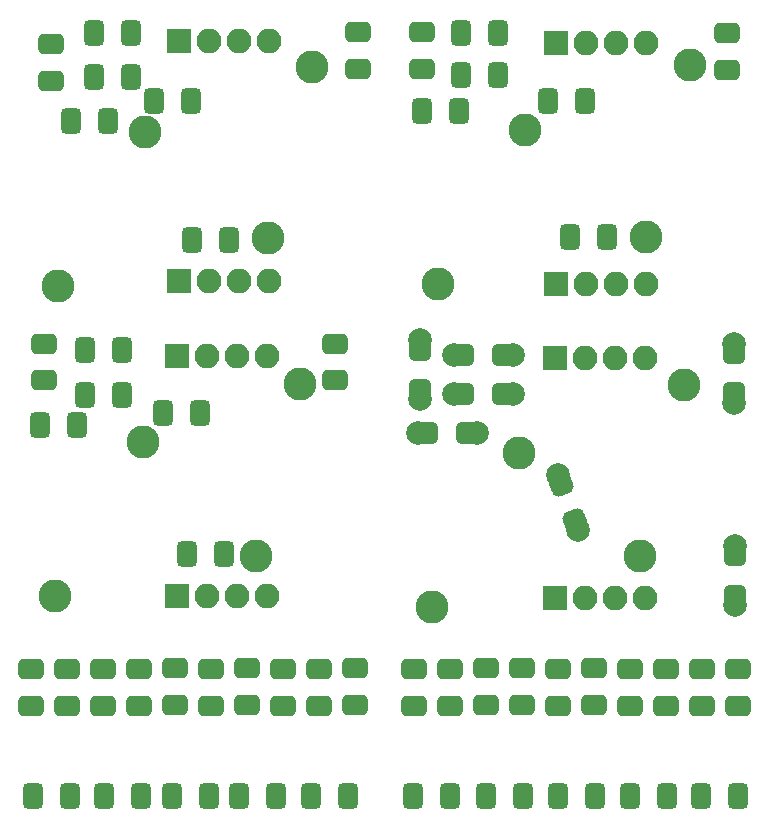
<source format=gbr>
%TF.GenerationSoftware,KiCad,Pcbnew,(6.0.11)*%
%TF.CreationDate,2023-08-20T15:06:36-05:00*%
%TF.ProjectId,SerialResonantFilter,53657269-616c-4526-9573-6f6e616e7446,rev?*%
%TF.SameCoordinates,Original*%
%TF.FileFunction,Soldermask,Top*%
%TF.FilePolarity,Negative*%
%FSLAX46Y46*%
G04 Gerber Fmt 4.6, Leading zero omitted, Abs format (unit mm)*
G04 Created by KiCad (PCBNEW (6.0.11)) date 2023-08-20 15:06:36*
%MOMM*%
%LPD*%
G01*
G04 APERTURE LIST*
G04 Aperture macros list*
%AMRoundRect*
0 Rectangle with rounded corners*
0 $1 Rounding radius*
0 $2 $3 $4 $5 $6 $7 $8 $9 X,Y pos of 4 corners*
0 Add a 4 corners polygon primitive as box body*
4,1,4,$2,$3,$4,$5,$6,$7,$8,$9,$2,$3,0*
0 Add four circle primitives for the rounded corners*
1,1,$1+$1,$2,$3*
1,1,$1+$1,$4,$5*
1,1,$1+$1,$6,$7*
1,1,$1+$1,$8,$9*
0 Add four rect primitives between the rounded corners*
20,1,$1+$1,$2,$3,$4,$5,0*
20,1,$1+$1,$4,$5,$6,$7,0*
20,1,$1+$1,$6,$7,$8,$9,0*
20,1,$1+$1,$8,$9,$2,$3,0*%
G04 Aperture macros list end*
%ADD10RoundRect,0.450000X-0.650000X0.412500X-0.650000X-0.412500X0.650000X-0.412500X0.650000X0.412500X0*%
%ADD11RoundRect,0.450000X0.412500X0.650000X-0.412500X0.650000X-0.412500X-0.650000X0.412500X-0.650000X0*%
%ADD12RoundRect,0.450000X-0.412500X-0.650000X0.412500X-0.650000X0.412500X0.650000X-0.412500X0.650000X0*%
%ADD13C,2.800000*%
%ADD14RoundRect,0.200000X0.850000X-0.850000X0.850000X0.850000X-0.850000X0.850000X-0.850000X-0.850000X0*%
%ADD15O,2.100000X2.100000*%
%ADD16RoundRect,0.450000X0.650000X-0.412500X0.650000X0.412500X-0.650000X0.412500X-0.650000X-0.412500X0*%
%ADD17C,2.000000*%
%ADD18RoundRect,0.581000X-0.488333X0.227713X-0.227713X-0.488333X0.488333X-0.227713X0.227713X0.488333X0*%
%ADD19RoundRect,0.581000X-0.381000X0.381000X-0.381000X-0.381000X0.381000X-0.381000X0.381000X0.381000X0*%
%ADD20RoundRect,0.581000X0.381000X0.381000X-0.381000X0.381000X-0.381000X-0.381000X0.381000X-0.381000X0*%
G04 APERTURE END LIST*
D10*
%TO.C,C1*%
X145623338Y-41982087D03*
X145623338Y-45107087D03*
%TD*%
D11*
%TO.C,C2*%
X126435838Y-42044587D03*
X123310838Y-42044587D03*
%TD*%
%TO.C,C3*%
X126435838Y-45794587D03*
X123310838Y-45794587D03*
%TD*%
D10*
%TO.C,C4*%
X119623338Y-42982087D03*
X119623338Y-46107087D03*
%TD*%
D11*
%TO.C,C5*%
X124435838Y-49474587D03*
X121310838Y-49474587D03*
%TD*%
D12*
%TO.C,C6*%
X131560838Y-59544587D03*
X134685838Y-59544587D03*
%TD*%
D13*
%TO.C,L2*%
X141741938Y-44934039D03*
X137987810Y-59446913D03*
%TD*%
%TO.C,L3*%
X127593338Y-50459705D03*
X120210921Y-63506425D03*
%TD*%
D14*
%TO.C,J1*%
X130461338Y-63054587D03*
D15*
X133001338Y-63054587D03*
X135541338Y-63054587D03*
X138081338Y-63054587D03*
%TD*%
D14*
%TO.C,J2*%
X130461338Y-42734587D03*
D15*
X133001338Y-42734587D03*
X135541338Y-42734587D03*
X138081338Y-42734587D03*
%TD*%
D12*
%TO.C,C7*%
X128390838Y-47814587D03*
X131515838Y-47814587D03*
%TD*%
D16*
%TO.C,C48*%
X162560000Y-99010000D03*
X162560000Y-95885000D03*
%TD*%
D14*
%TO.C,J5*%
X130290838Y-69404587D03*
D15*
X132830838Y-69404587D03*
X135370838Y-69404587D03*
X137910838Y-69404587D03*
%TD*%
D12*
%TO.C,C21*%
X131184838Y-86168587D03*
X134309838Y-86168587D03*
%TD*%
D17*
%TO.C,C26*%
X162560000Y-79467837D03*
D18*
X162833616Y-80219591D03*
D17*
X164270101Y-84166300D03*
D18*
X163996485Y-83414546D03*
%TD*%
D12*
%TO.C,C54*%
X156464000Y-106680000D03*
X159589000Y-106680000D03*
%TD*%
D10*
%TO.C,C8*%
X176862338Y-42037924D03*
X176862338Y-45162924D03*
%TD*%
D16*
%TO.C,C34*%
X133223000Y-99010000D03*
X133223000Y-95885000D03*
%TD*%
D10*
%TO.C,C18*%
X119031338Y-68350087D03*
X119031338Y-71475087D03*
%TD*%
D12*
%TO.C,C56*%
X162560000Y-106680000D03*
X165685000Y-106680000D03*
%TD*%
D17*
%TO.C,C22*%
X177476000Y-68351837D03*
D19*
X177476000Y-69151837D03*
D17*
X177476000Y-73351837D03*
D19*
X177476000Y-72551837D03*
%TD*%
D13*
%TO.C,L8*%
X159258000Y-77603542D03*
X151875583Y-90650262D03*
%TD*%
D16*
%TO.C,C36*%
X150368000Y-99010000D03*
X150368000Y-95885000D03*
%TD*%
D12*
%TO.C,C58*%
X141693500Y-106680000D03*
X144818500Y-106680000D03*
%TD*%
D16*
%TO.C,C31*%
X130175000Y-98971500D03*
X130175000Y-95846500D03*
%TD*%
D10*
%TO.C,C11*%
X151081338Y-41949424D03*
X151081338Y-45074424D03*
%TD*%
D16*
%TO.C,C41*%
X168656000Y-99010000D03*
X168656000Y-95885000D03*
%TD*%
D11*
%TO.C,C16*%
X125635338Y-72706587D03*
X122510338Y-72706587D03*
%TD*%
D13*
%TO.C,L5*%
X140774128Y-71789876D03*
X137020000Y-86302750D03*
%TD*%
%TO.C,L7*%
X173266790Y-71847126D03*
X169512662Y-86360000D03*
%TD*%
D12*
%TO.C,C49*%
X129882500Y-106680000D03*
X133007500Y-106680000D03*
%TD*%
D16*
%TO.C,C37*%
X142367000Y-99010000D03*
X142367000Y-95885000D03*
%TD*%
%TO.C,C39*%
X153416000Y-99010000D03*
X153416000Y-95885000D03*
%TD*%
D14*
%TO.C,J6*%
X130290838Y-89699587D03*
D15*
X132830838Y-89699587D03*
X135370838Y-89699587D03*
X137910838Y-89699587D03*
%TD*%
D12*
%TO.C,C52*%
X124167500Y-106680000D03*
X127292500Y-106680000D03*
%TD*%
%TO.C,C53*%
X150329500Y-106680000D03*
X153454500Y-106680000D03*
%TD*%
D16*
%TO.C,C38*%
X136271000Y-98971500D03*
X136271000Y-95846500D03*
%TD*%
%TO.C,C29*%
X127127000Y-99010000D03*
X127127000Y-95885000D03*
%TD*%
%TO.C,C46*%
X174752000Y-99010000D03*
X174752000Y-95885000D03*
%TD*%
%TO.C,C47*%
X171704000Y-99010000D03*
X171704000Y-95885000D03*
%TD*%
D11*
%TO.C,C13*%
X154167838Y-48680424D03*
X151042838Y-48680424D03*
%TD*%
D12*
%TO.C,C55*%
X168656000Y-106680000D03*
X171781000Y-106680000D03*
%TD*%
D14*
%TO.C,J3*%
X162394338Y-42940424D03*
D15*
X164934338Y-42940424D03*
X167474338Y-42940424D03*
X170014338Y-42940424D03*
%TD*%
D13*
%TO.C,L1*%
X173791938Y-44783876D03*
X170037810Y-59296750D03*
%TD*%
D16*
%TO.C,C35*%
X139319000Y-99010000D03*
X139319000Y-95885000D03*
%TD*%
D10*
%TO.C,C32*%
X124079000Y-95885000D03*
X124079000Y-99010000D03*
%TD*%
D16*
%TO.C,C45*%
X156464000Y-98971500D03*
X156464000Y-95846500D03*
%TD*%
D20*
%TO.C,C24*%
X157950000Y-69307837D03*
D17*
X158750000Y-69307837D03*
X153750000Y-69307837D03*
D20*
X154550000Y-69307837D03*
%TD*%
D16*
%TO.C,C43*%
X165608000Y-98971500D03*
X165608000Y-95846500D03*
%TD*%
D17*
%TO.C,C25*%
X150876000Y-68077837D03*
D19*
X150876000Y-68877837D03*
X150876000Y-72277837D03*
D17*
X150876000Y-73077837D03*
%TD*%
D13*
%TO.C,L4*%
X159764338Y-50274917D03*
X152381921Y-63321637D03*
%TD*%
D14*
%TO.C,J4*%
X162394338Y-63285424D03*
D15*
X164934338Y-63285424D03*
X167474338Y-63285424D03*
X170014338Y-63285424D03*
%TD*%
D16*
%TO.C,C33*%
X121031000Y-99010000D03*
X121031000Y-95885000D03*
%TD*%
D11*
%TO.C,C9*%
X157508338Y-45632424D03*
X154383338Y-45632424D03*
%TD*%
D16*
%TO.C,C44*%
X177800000Y-99010000D03*
X177800000Y-95885000D03*
%TD*%
D14*
%TO.C,J7*%
X162306000Y-69561837D03*
D15*
X164846000Y-69561837D03*
X167386000Y-69561837D03*
X169926000Y-69561837D03*
%TD*%
D16*
%TO.C,C40*%
X145415000Y-98971500D03*
X145415000Y-95846500D03*
%TD*%
D12*
%TO.C,C12*%
X161710838Y-47791424D03*
X164835838Y-47791424D03*
%TD*%
D16*
%TO.C,C30*%
X117983000Y-99010000D03*
X117983000Y-95885000D03*
%TD*%
D12*
%TO.C,C57*%
X174713500Y-106680000D03*
X177838500Y-106680000D03*
%TD*%
D17*
%TO.C,C27*%
X155702000Y-75911837D03*
D20*
X154902000Y-75911837D03*
D17*
X150702000Y-75911837D03*
D20*
X151502000Y-75911837D03*
%TD*%
D11*
%TO.C,C10*%
X157508338Y-42076424D03*
X154383338Y-42076424D03*
%TD*%
D12*
%TO.C,C14*%
X163577338Y-59348424D03*
X166702338Y-59348424D03*
%TD*%
%TO.C,C50*%
X135597500Y-106680000D03*
X138722500Y-106680000D03*
%TD*%
D11*
%TO.C,C20*%
X121863838Y-75246587D03*
X118738838Y-75246587D03*
%TD*%
D12*
%TO.C,C51*%
X118160000Y-106680000D03*
X121285000Y-106680000D03*
%TD*%
%TO.C,C19*%
X129114338Y-74230587D03*
X132239338Y-74230587D03*
%TD*%
D17*
%TO.C,C23*%
X158750000Y-72609837D03*
D20*
X157950000Y-72609837D03*
X154550000Y-72609837D03*
D17*
X153750000Y-72609837D03*
%TD*%
%TO.C,C28*%
X177556000Y-85491837D03*
D19*
X177556000Y-86291837D03*
D17*
X177556000Y-90491837D03*
D19*
X177556000Y-89691837D03*
%TD*%
D10*
%TO.C,C15*%
X143669338Y-68350087D03*
X143669338Y-71475087D03*
%TD*%
D14*
%TO.C,J8*%
X162296000Y-89906837D03*
D15*
X164836000Y-89906837D03*
X167376000Y-89906837D03*
X169916000Y-89906837D03*
%TD*%
D16*
%TO.C,C42*%
X159512000Y-98971500D03*
X159512000Y-95846500D03*
%TD*%
D11*
%TO.C,C17*%
X125673838Y-68896587D03*
X122548838Y-68896587D03*
%TD*%
D13*
%TO.C,L6*%
X127413338Y-76684292D03*
X120030921Y-89731012D03*
%TD*%
M02*

</source>
